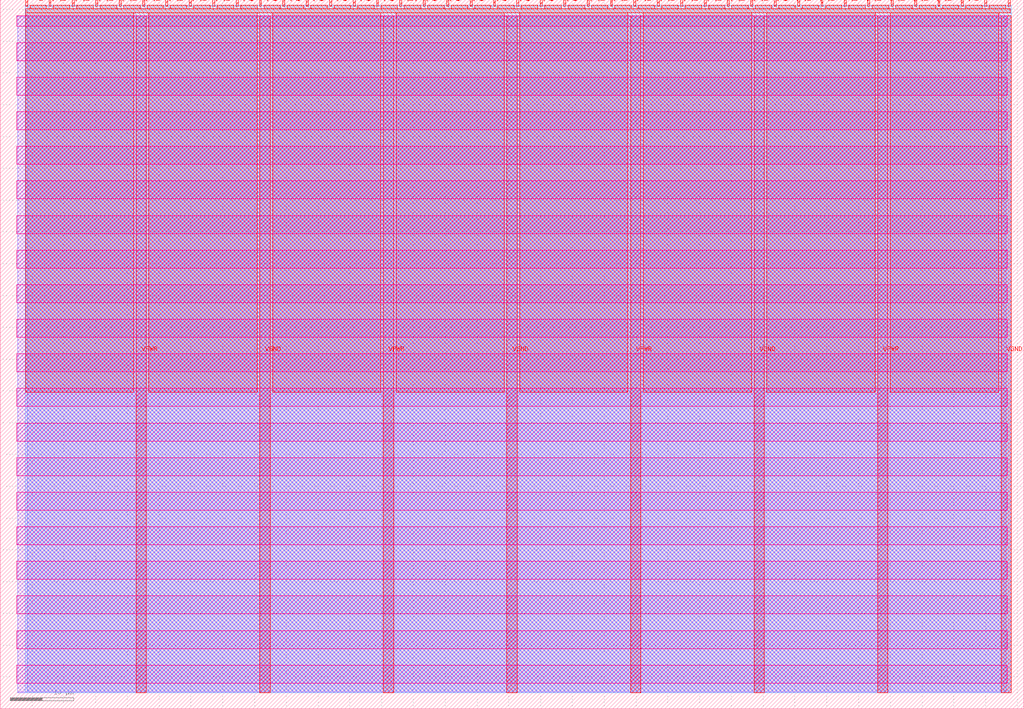
<source format=lef>
VERSION 5.7 ;
  NOWIREEXTENSIONATPIN ON ;
  DIVIDERCHAR "/" ;
  BUSBITCHARS "[]" ;
MACRO tt_um_s1pu11i_simple_nco
  CLASS BLOCK ;
  FOREIGN tt_um_s1pu11i_simple_nco ;
  ORIGIN 0.000 0.000 ;
  SIZE 161.000 BY 111.520 ;
  PIN VGND
    DIRECTION INOUT ;
    USE GROUND ;
    PORT
      LAYER met4 ;
        RECT 40.830 2.480 42.430 109.040 ;
    END
    PORT
      LAYER met4 ;
        RECT 79.700 2.480 81.300 109.040 ;
    END
    PORT
      LAYER met4 ;
        RECT 118.570 2.480 120.170 109.040 ;
    END
    PORT
      LAYER met4 ;
        RECT 157.440 2.480 159.040 109.040 ;
    END
  END VGND
  PIN VPWR
    DIRECTION INOUT ;
    USE POWER ;
    PORT
      LAYER met4 ;
        RECT 21.395 2.480 22.995 109.040 ;
    END
    PORT
      LAYER met4 ;
        RECT 60.265 2.480 61.865 109.040 ;
    END
    PORT
      LAYER met4 ;
        RECT 99.135 2.480 100.735 109.040 ;
    END
    PORT
      LAYER met4 ;
        RECT 138.005 2.480 139.605 109.040 ;
    END
  END VPWR
  PIN clk
    DIRECTION INPUT ;
    USE SIGNAL ;
    ANTENNAGATEAREA 0.852000 ;
    PORT
      LAYER met4 ;
        RECT 154.870 110.520 155.170 111.520 ;
    END
  END clk
  PIN ena
    DIRECTION INPUT ;
    USE SIGNAL ;
    ANTENNAGATEAREA 0.159000 ;
    PORT
      LAYER met4 ;
        RECT 158.550 110.520 158.850 111.520 ;
    END
  END ena
  PIN rst_n
    DIRECTION INPUT ;
    USE SIGNAL ;
    ANTENNAGATEAREA 0.196500 ;
    PORT
      LAYER met4 ;
        RECT 151.190 110.520 151.490 111.520 ;
    END
  END rst_n
  PIN ui_in[0]
    DIRECTION INPUT ;
    USE SIGNAL ;
    ANTENNAGATEAREA 0.196500 ;
    PORT
      LAYER met4 ;
        RECT 147.510 110.520 147.810 111.520 ;
    END
  END ui_in[0]
  PIN ui_in[1]
    DIRECTION INPUT ;
    USE SIGNAL ;
    ANTENNAGATEAREA 0.196500 ;
    PORT
      LAYER met4 ;
        RECT 143.830 110.520 144.130 111.520 ;
    END
  END ui_in[1]
  PIN ui_in[2]
    DIRECTION INPUT ;
    USE SIGNAL ;
    ANTENNAGATEAREA 0.196500 ;
    PORT
      LAYER met4 ;
        RECT 140.150 110.520 140.450 111.520 ;
    END
  END ui_in[2]
  PIN ui_in[3]
    DIRECTION INPUT ;
    USE SIGNAL ;
    ANTENNAGATEAREA 0.196500 ;
    PORT
      LAYER met4 ;
        RECT 136.470 110.520 136.770 111.520 ;
    END
  END ui_in[3]
  PIN ui_in[4]
    DIRECTION INPUT ;
    USE SIGNAL ;
    ANTENNAGATEAREA 0.196500 ;
    PORT
      LAYER met4 ;
        RECT 132.790 110.520 133.090 111.520 ;
    END
  END ui_in[4]
  PIN ui_in[5]
    DIRECTION INPUT ;
    USE SIGNAL ;
    ANTENNAGATEAREA 0.196500 ;
    PORT
      LAYER met4 ;
        RECT 129.110 110.520 129.410 111.520 ;
    END
  END ui_in[5]
  PIN ui_in[6]
    DIRECTION INPUT ;
    USE SIGNAL ;
    ANTENNAGATEAREA 0.196500 ;
    PORT
      LAYER met4 ;
        RECT 125.430 110.520 125.730 111.520 ;
    END
  END ui_in[6]
  PIN ui_in[7]
    DIRECTION INPUT ;
    USE SIGNAL ;
    ANTENNAGATEAREA 0.196500 ;
    PORT
      LAYER met4 ;
        RECT 121.750 110.520 122.050 111.520 ;
    END
  END ui_in[7]
  PIN uio_in[0]
    DIRECTION INPUT ;
    USE SIGNAL ;
    ANTENNAGATEAREA 0.196500 ;
    PORT
      LAYER met4 ;
        RECT 118.070 110.520 118.370 111.520 ;
    END
  END uio_in[0]
  PIN uio_in[1]
    DIRECTION INPUT ;
    USE SIGNAL ;
    ANTENNAGATEAREA 0.196500 ;
    PORT
      LAYER met4 ;
        RECT 114.390 110.520 114.690 111.520 ;
    END
  END uio_in[1]
  PIN uio_in[2]
    DIRECTION INPUT ;
    USE SIGNAL ;
    ANTENNAGATEAREA 0.213000 ;
    PORT
      LAYER met4 ;
        RECT 110.710 110.520 111.010 111.520 ;
    END
  END uio_in[2]
  PIN uio_in[3]
    DIRECTION INPUT ;
    USE SIGNAL ;
    ANTENNAGATEAREA 0.159000 ;
    PORT
      LAYER met4 ;
        RECT 107.030 110.520 107.330 111.520 ;
    END
  END uio_in[3]
  PIN uio_in[4]
    DIRECTION INPUT ;
    USE SIGNAL ;
    PORT
      LAYER met4 ;
        RECT 103.350 110.520 103.650 111.520 ;
    END
  END uio_in[4]
  PIN uio_in[5]
    DIRECTION INPUT ;
    USE SIGNAL ;
    PORT
      LAYER met4 ;
        RECT 99.670 110.520 99.970 111.520 ;
    END
  END uio_in[5]
  PIN uio_in[6]
    DIRECTION INPUT ;
    USE SIGNAL ;
    PORT
      LAYER met4 ;
        RECT 95.990 110.520 96.290 111.520 ;
    END
  END uio_in[6]
  PIN uio_in[7]
    DIRECTION INPUT ;
    USE SIGNAL ;
    PORT
      LAYER met4 ;
        RECT 92.310 110.520 92.610 111.520 ;
    END
  END uio_in[7]
  PIN uio_oe[0]
    DIRECTION OUTPUT TRISTATE ;
    USE SIGNAL ;
    PORT
      LAYER met4 ;
        RECT 29.750 110.520 30.050 111.520 ;
    END
  END uio_oe[0]
  PIN uio_oe[1]
    DIRECTION OUTPUT TRISTATE ;
    USE SIGNAL ;
    PORT
      LAYER met4 ;
        RECT 26.070 110.520 26.370 111.520 ;
    END
  END uio_oe[1]
  PIN uio_oe[2]
    DIRECTION OUTPUT TRISTATE ;
    USE SIGNAL ;
    PORT
      LAYER met4 ;
        RECT 22.390 110.520 22.690 111.520 ;
    END
  END uio_oe[2]
  PIN uio_oe[3]
    DIRECTION OUTPUT TRISTATE ;
    USE SIGNAL ;
    PORT
      LAYER met4 ;
        RECT 18.710 110.520 19.010 111.520 ;
    END
  END uio_oe[3]
  PIN uio_oe[4]
    DIRECTION OUTPUT TRISTATE ;
    USE SIGNAL ;
    PORT
      LAYER met4 ;
        RECT 15.030 110.520 15.330 111.520 ;
    END
  END uio_oe[4]
  PIN uio_oe[5]
    DIRECTION OUTPUT TRISTATE ;
    USE SIGNAL ;
    PORT
      LAYER met4 ;
        RECT 11.350 110.520 11.650 111.520 ;
    END
  END uio_oe[5]
  PIN uio_oe[6]
    DIRECTION OUTPUT TRISTATE ;
    USE SIGNAL ;
    PORT
      LAYER met4 ;
        RECT 7.670 110.520 7.970 111.520 ;
    END
  END uio_oe[6]
  PIN uio_oe[7]
    DIRECTION OUTPUT TRISTATE ;
    USE SIGNAL ;
    PORT
      LAYER met4 ;
        RECT 3.990 110.520 4.290 111.520 ;
    END
  END uio_oe[7]
  PIN uio_out[0]
    DIRECTION OUTPUT TRISTATE ;
    USE SIGNAL ;
    PORT
      LAYER met4 ;
        RECT 59.190 110.520 59.490 111.520 ;
    END
  END uio_out[0]
  PIN uio_out[1]
    DIRECTION OUTPUT TRISTATE ;
    USE SIGNAL ;
    PORT
      LAYER met4 ;
        RECT 55.510 110.520 55.810 111.520 ;
    END
  END uio_out[1]
  PIN uio_out[2]
    DIRECTION OUTPUT TRISTATE ;
    USE SIGNAL ;
    PORT
      LAYER met4 ;
        RECT 51.830 110.520 52.130 111.520 ;
    END
  END uio_out[2]
  PIN uio_out[3]
    DIRECTION OUTPUT TRISTATE ;
    USE SIGNAL ;
    PORT
      LAYER met4 ;
        RECT 48.150 110.520 48.450 111.520 ;
    END
  END uio_out[3]
  PIN uio_out[4]
    DIRECTION OUTPUT TRISTATE ;
    USE SIGNAL ;
    PORT
      LAYER met4 ;
        RECT 44.470 110.520 44.770 111.520 ;
    END
  END uio_out[4]
  PIN uio_out[5]
    DIRECTION OUTPUT TRISTATE ;
    USE SIGNAL ;
    PORT
      LAYER met4 ;
        RECT 40.790 110.520 41.090 111.520 ;
    END
  END uio_out[5]
  PIN uio_out[6]
    DIRECTION OUTPUT TRISTATE ;
    USE SIGNAL ;
    PORT
      LAYER met4 ;
        RECT 37.110 110.520 37.410 111.520 ;
    END
  END uio_out[6]
  PIN uio_out[7]
    DIRECTION OUTPUT TRISTATE ;
    USE SIGNAL ;
    PORT
      LAYER met4 ;
        RECT 33.430 110.520 33.730 111.520 ;
    END
  END uio_out[7]
  PIN uo_out[0]
    DIRECTION OUTPUT TRISTATE ;
    USE SIGNAL ;
    ANTENNAGATEAREA 0.247500 ;
    ANTENNADIFFAREA 0.891000 ;
    PORT
      LAYER met4 ;
        RECT 88.630 110.520 88.930 111.520 ;
    END
  END uo_out[0]
  PIN uo_out[1]
    DIRECTION OUTPUT TRISTATE ;
    USE SIGNAL ;
    ANTENNAGATEAREA 0.247500 ;
    ANTENNADIFFAREA 0.891000 ;
    PORT
      LAYER met4 ;
        RECT 84.950 110.520 85.250 111.520 ;
    END
  END uo_out[1]
  PIN uo_out[2]
    DIRECTION OUTPUT TRISTATE ;
    USE SIGNAL ;
    ANTENNAGATEAREA 0.247500 ;
    ANTENNADIFFAREA 0.891000 ;
    PORT
      LAYER met4 ;
        RECT 81.270 110.520 81.570 111.520 ;
    END
  END uo_out[2]
  PIN uo_out[3]
    DIRECTION OUTPUT TRISTATE ;
    USE SIGNAL ;
    ANTENNAGATEAREA 0.247500 ;
    ANTENNADIFFAREA 0.891000 ;
    PORT
      LAYER met4 ;
        RECT 77.590 110.520 77.890 111.520 ;
    END
  END uo_out[3]
  PIN uo_out[4]
    DIRECTION OUTPUT TRISTATE ;
    USE SIGNAL ;
    ANTENNAGATEAREA 0.247500 ;
    ANTENNADIFFAREA 0.891000 ;
    PORT
      LAYER met4 ;
        RECT 73.910 110.520 74.210 111.520 ;
    END
  END uo_out[4]
  PIN uo_out[5]
    DIRECTION OUTPUT TRISTATE ;
    USE SIGNAL ;
    ANTENNAGATEAREA 0.247500 ;
    ANTENNADIFFAREA 0.891000 ;
    PORT
      LAYER met4 ;
        RECT 70.230 110.520 70.530 111.520 ;
    END
  END uo_out[5]
  PIN uo_out[6]
    DIRECTION OUTPUT TRISTATE ;
    USE SIGNAL ;
    ANTENNAGATEAREA 0.247500 ;
    ANTENNADIFFAREA 0.891000 ;
    PORT
      LAYER met4 ;
        RECT 66.550 110.520 66.850 111.520 ;
    END
  END uo_out[6]
  PIN uo_out[7]
    DIRECTION OUTPUT TRISTATE ;
    USE SIGNAL ;
    ANTENNAGATEAREA 0.247500 ;
    ANTENNADIFFAREA 0.891000 ;
    PORT
      LAYER met4 ;
        RECT 62.870 110.520 63.170 111.520 ;
    END
  END uo_out[7]
  OBS
      LAYER nwell ;
        RECT 2.570 107.385 158.430 108.990 ;
        RECT 2.570 101.945 158.430 104.775 ;
        RECT 2.570 96.505 158.430 99.335 ;
        RECT 2.570 91.065 158.430 93.895 ;
        RECT 2.570 85.625 158.430 88.455 ;
        RECT 2.570 80.185 158.430 83.015 ;
        RECT 2.570 74.745 158.430 77.575 ;
        RECT 2.570 69.305 158.430 72.135 ;
        RECT 2.570 63.865 158.430 66.695 ;
        RECT 2.570 58.425 158.430 61.255 ;
        RECT 2.570 52.985 158.430 55.815 ;
        RECT 2.570 47.545 158.430 50.375 ;
        RECT 2.570 42.105 158.430 44.935 ;
        RECT 2.570 36.665 158.430 39.495 ;
        RECT 2.570 31.225 158.430 34.055 ;
        RECT 2.570 25.785 158.430 28.615 ;
        RECT 2.570 20.345 158.430 23.175 ;
        RECT 2.570 14.905 158.430 17.735 ;
        RECT 2.570 9.465 158.430 12.295 ;
        RECT 2.570 4.025 158.430 6.855 ;
      LAYER li1 ;
        RECT 2.760 2.635 158.240 108.885 ;
      LAYER met1 ;
        RECT 2.760 2.480 159.040 109.040 ;
      LAYER met2 ;
        RECT 4.230 2.535 159.010 110.685 ;
      LAYER met3 ;
        RECT 3.950 2.555 159.030 110.665 ;
      LAYER met4 ;
        RECT 4.690 110.120 7.270 110.665 ;
        RECT 8.370 110.120 10.950 110.665 ;
        RECT 12.050 110.120 14.630 110.665 ;
        RECT 15.730 110.120 18.310 110.665 ;
        RECT 19.410 110.120 21.990 110.665 ;
        RECT 23.090 110.120 25.670 110.665 ;
        RECT 26.770 110.120 29.350 110.665 ;
        RECT 30.450 110.120 33.030 110.665 ;
        RECT 34.130 110.120 36.710 110.665 ;
        RECT 37.810 110.120 40.390 110.665 ;
        RECT 41.490 110.120 44.070 110.665 ;
        RECT 45.170 110.120 47.750 110.665 ;
        RECT 48.850 110.120 51.430 110.665 ;
        RECT 52.530 110.120 55.110 110.665 ;
        RECT 56.210 110.120 58.790 110.665 ;
        RECT 59.890 110.120 62.470 110.665 ;
        RECT 63.570 110.120 66.150 110.665 ;
        RECT 67.250 110.120 69.830 110.665 ;
        RECT 70.930 110.120 73.510 110.665 ;
        RECT 74.610 110.120 77.190 110.665 ;
        RECT 78.290 110.120 80.870 110.665 ;
        RECT 81.970 110.120 84.550 110.665 ;
        RECT 85.650 110.120 88.230 110.665 ;
        RECT 89.330 110.120 91.910 110.665 ;
        RECT 93.010 110.120 95.590 110.665 ;
        RECT 96.690 110.120 99.270 110.665 ;
        RECT 100.370 110.120 102.950 110.665 ;
        RECT 104.050 110.120 106.630 110.665 ;
        RECT 107.730 110.120 110.310 110.665 ;
        RECT 111.410 110.120 113.990 110.665 ;
        RECT 115.090 110.120 117.670 110.665 ;
        RECT 118.770 110.120 121.350 110.665 ;
        RECT 122.450 110.120 125.030 110.665 ;
        RECT 126.130 110.120 128.710 110.665 ;
        RECT 129.810 110.120 132.390 110.665 ;
        RECT 133.490 110.120 136.070 110.665 ;
        RECT 137.170 110.120 139.750 110.665 ;
        RECT 140.850 110.120 143.430 110.665 ;
        RECT 144.530 110.120 147.110 110.665 ;
        RECT 148.210 110.120 150.790 110.665 ;
        RECT 151.890 110.120 154.470 110.665 ;
        RECT 155.570 110.120 158.150 110.665 ;
        RECT 3.975 109.440 158.865 110.120 ;
        RECT 3.975 49.815 20.995 109.440 ;
        RECT 23.395 49.815 40.430 109.440 ;
        RECT 42.830 49.815 59.865 109.440 ;
        RECT 62.265 49.815 79.300 109.440 ;
        RECT 81.700 49.815 98.735 109.440 ;
        RECT 101.135 49.815 118.170 109.440 ;
        RECT 120.570 49.815 137.605 109.440 ;
        RECT 140.005 49.815 157.040 109.440 ;
  END
END tt_um_s1pu11i_simple_nco
END LIBRARY


</source>
